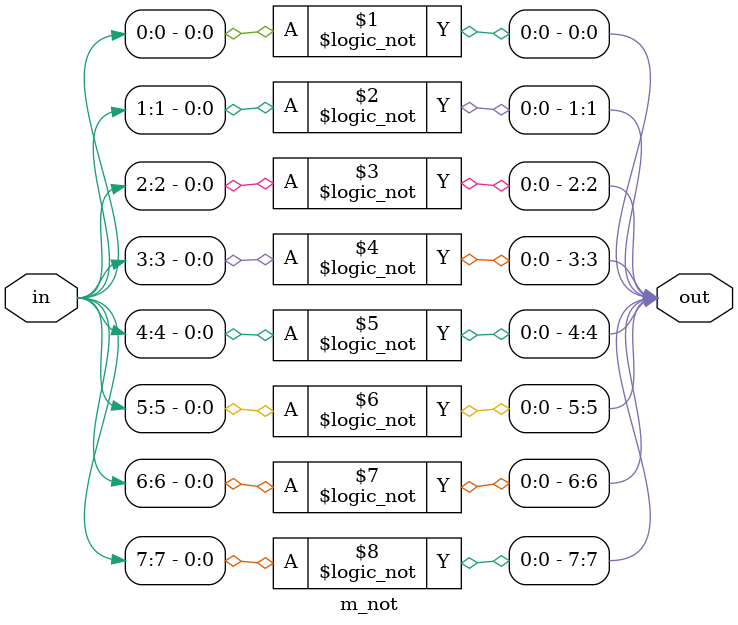
<source format=v>
module m_and(
	input			[3:0]		x,
	input			[3:0]		y,
	output 		[3:0]		out
);

//genvar i;
//generate
//	
//	for (i = 0; i < 4; i = i + 1)
//	begin: for_1
//	
////		assign out[i] = x[i] & y[i];
//		and(out[i], x[i], y[i]);
//	
//	end // for
//	
//endgenerate

assign out[3] = x[3] & y[3];
assign out[2] = x[2] & y[2];
assign out[1] = x[1] & y[1];
assign out[0] = x[0] & y[0];

endmodule


module m_or(
	input		[3:0]		x,
	input		[3:0]		y,
	output	[3:0]		out
);

genvar i;
generate
	
	for (i = 0; i < 4; i = i + 1)
	begin: f
		
		assign out[i] = x[i] | y[i];
		
	end // for
	
endgenerate

endmodule


module m_xor(
	input		[3:0]		x,
	input		[3:0]		y,
	output	[3:0]		out
);

genvar i;
generate

	for (i = 0; i < 4; i = i + 1)
	begin: f
		
		assign out[i] = x[i] ^ y[i];
		
	end // f

endgenerate

endmodule


module m_not(
	input		[7:0]		in,
	output	[7:0]		out
);

genvar i;
generate

	for (i = 0; i < 8; i = i + 1)
	begin: f
		
		assign out[i] = !in[i];
		
	end // f

endgenerate

endmodule

</source>
